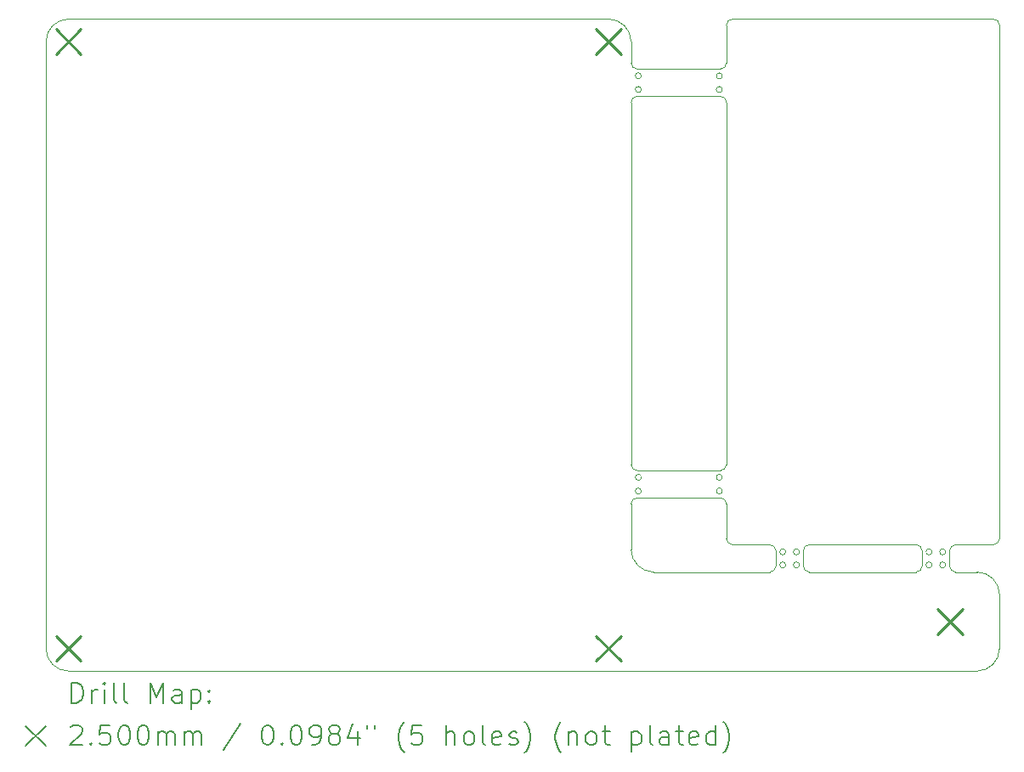
<source format=gbr>
%TF.GenerationSoftware,KiCad,Pcbnew,8.0.5*%
%TF.CreationDate,2024-09-26T23:10:05+07:00*%
%TF.ProjectId,HW.ACIM-DBG,48572e41-4349-44d2-9d44-42472e6b6963,0.1*%
%TF.SameCoordinates,Original*%
%TF.FileFunction,Drillmap*%
%TF.FilePolarity,Positive*%
%FSLAX45Y45*%
G04 Gerber Fmt 4.5, Leading zero omitted, Abs format (unit mm)*
G04 Created by KiCad (PCBNEW 8.0.5) date 2024-09-26 23:10:05*
%MOMM*%
%LPD*%
G01*
G04 APERTURE LIST*
%ADD10C,0.100000*%
%ADD11C,0.200000*%
%ADD12C,0.250000*%
G04 APERTURE END LIST*
D10*
X16577500Y-3525000D02*
X11197500Y-3525000D01*
X17711250Y-8093125D02*
G75*
G02*
X17651250Y-8093125I-30000J0D01*
G01*
X17651250Y-8093125D02*
G75*
G02*
X17711250Y-8093125I30000J0D01*
G01*
X17752500Y-7965000D02*
G75*
G02*
X17692500Y-8025000I-60000J0D01*
G01*
X20035000Y-9037500D02*
G75*
G02*
X19975000Y-8977500I0J60000D01*
G01*
X16903750Y-8229375D02*
G75*
G02*
X16843750Y-8229375I-30000J0D01*
G01*
X16843750Y-8229375D02*
G75*
G02*
X16903750Y-8229375I30000J0D01*
G01*
X11197500Y-10025000D02*
G75*
G02*
X10972500Y-9800000I0J225000D01*
G01*
X16802500Y-4355000D02*
X16802500Y-7965000D01*
X17711250Y-4226875D02*
G75*
G02*
X17651250Y-4226875I-30000J0D01*
G01*
X17651250Y-4226875D02*
G75*
G02*
X17711250Y-4226875I30000J0D01*
G01*
X20035000Y-8765000D02*
X20412500Y-8765000D01*
X18185000Y-9037500D02*
X17027500Y-9037500D01*
X17752500Y-8705000D02*
X17752500Y-8357500D01*
X17692500Y-8297500D02*
X16862500Y-8297500D01*
X17812500Y-8765000D02*
G75*
G02*
X17752500Y-8705000I0J60000D01*
G01*
X19702500Y-8825000D02*
X19702500Y-8977500D01*
X18577500Y-9037500D02*
G75*
G02*
X18517500Y-8977500I0J60000D01*
G01*
X16862500Y-4022500D02*
X17692500Y-4022500D01*
X16577500Y-3525000D02*
G75*
G02*
X16802500Y-3750000I0J-225000D01*
G01*
X16903750Y-8093125D02*
G75*
G02*
X16843750Y-8093125I-30000J0D01*
G01*
X16843750Y-8093125D02*
G75*
G02*
X16903750Y-8093125I30000J0D01*
G01*
X19642500Y-8765000D02*
G75*
G02*
X19702500Y-8825000I0J-60000D01*
G01*
X17752500Y-3962500D02*
X17752500Y-3585000D01*
X19642500Y-9037500D02*
X18577500Y-9037500D01*
X19975000Y-8825000D02*
G75*
G02*
X20035000Y-8765000I60000J0D01*
G01*
X11197500Y-10025000D02*
X20247500Y-10025000D01*
X17692500Y-4295000D02*
X16862500Y-4295000D01*
X17812500Y-8765000D02*
X18185000Y-8765000D01*
X16802500Y-3750000D02*
X16802500Y-3962500D01*
X17711250Y-4090625D02*
G75*
G02*
X17651250Y-4090625I-30000J0D01*
G01*
X17651250Y-4090625D02*
G75*
G02*
X17711250Y-4090625I30000J0D01*
G01*
X17692500Y-4295000D02*
G75*
G02*
X17752500Y-4355000I0J-60000D01*
G01*
X20247500Y-9037500D02*
G75*
G02*
X20472500Y-9262500I0J-225000D01*
G01*
X18245000Y-8825000D02*
X18245000Y-8977500D01*
X19936875Y-8966250D02*
G75*
G02*
X19876875Y-8966250I-30000J0D01*
G01*
X19876875Y-8966250D02*
G75*
G02*
X19936875Y-8966250I30000J0D01*
G01*
X20472500Y-9800000D02*
G75*
G02*
X20247500Y-10025000I-225000J0D01*
G01*
X20472500Y-9800000D02*
X20472500Y-9262500D01*
X19800625Y-8836250D02*
G75*
G02*
X19740625Y-8836250I-30000J0D01*
G01*
X19740625Y-8836250D02*
G75*
G02*
X19800625Y-8836250I30000J0D01*
G01*
X18517500Y-8825000D02*
G75*
G02*
X18577500Y-8765000I60000J0D01*
G01*
X16802500Y-8357500D02*
G75*
G02*
X16862500Y-8297500I60000J0D01*
G01*
X16903750Y-4226875D02*
G75*
G02*
X16843750Y-4226875I-30000J0D01*
G01*
X16843750Y-4226875D02*
G75*
G02*
X16903750Y-4226875I30000J0D01*
G01*
X17752500Y-3962500D02*
G75*
G02*
X17692500Y-4022500I-60000J0D01*
G01*
X16862500Y-8025000D02*
X17692500Y-8025000D01*
X18479375Y-8966250D02*
G75*
G02*
X18419375Y-8966250I-30000J0D01*
G01*
X18419375Y-8966250D02*
G75*
G02*
X18479375Y-8966250I30000J0D01*
G01*
X16802500Y-8357500D02*
X16802500Y-8812500D01*
X17711250Y-8229375D02*
G75*
G02*
X17651250Y-8229375I-30000J0D01*
G01*
X17651250Y-8229375D02*
G75*
G02*
X17711250Y-8229375I30000J0D01*
G01*
X18343125Y-8836250D02*
G75*
G02*
X18283125Y-8836250I-30000J0D01*
G01*
X18283125Y-8836250D02*
G75*
G02*
X18343125Y-8836250I30000J0D01*
G01*
X20247500Y-9037500D02*
X20035000Y-9037500D01*
X17752500Y-7965000D02*
X17752500Y-4355000D01*
X19936875Y-8836250D02*
G75*
G02*
X19876875Y-8836250I-30000J0D01*
G01*
X19876875Y-8836250D02*
G75*
G02*
X19936875Y-8836250I30000J0D01*
G01*
X10972500Y-3750000D02*
X10972500Y-9800000D01*
X18245000Y-8977500D02*
G75*
G02*
X18185000Y-9037500I-60000J0D01*
G01*
X18479375Y-8836250D02*
G75*
G02*
X18419375Y-8836250I-30000J0D01*
G01*
X18419375Y-8836250D02*
G75*
G02*
X18479375Y-8836250I30000J0D01*
G01*
X20412500Y-3525000D02*
G75*
G02*
X20472500Y-3585000I0J-60000D01*
G01*
X10972500Y-3750000D02*
G75*
G02*
X11197500Y-3525000I225000J0D01*
G01*
X18343125Y-8966250D02*
G75*
G02*
X18283125Y-8966250I-30000J0D01*
G01*
X18283125Y-8966250D02*
G75*
G02*
X18343125Y-8966250I30000J0D01*
G01*
X16862500Y-8025000D02*
G75*
G02*
X16802500Y-7965000I0J60000D01*
G01*
X18185000Y-8765000D02*
G75*
G02*
X18245000Y-8825000I0J-60000D01*
G01*
X18577500Y-8765000D02*
X19642500Y-8765000D01*
X19975000Y-8825000D02*
X19975000Y-8977500D01*
X20472500Y-8705000D02*
X20472500Y-3585000D01*
X19702500Y-8977500D02*
G75*
G02*
X19642500Y-9037500I-60000J0D01*
G01*
X20412500Y-3525000D02*
X17812500Y-3525000D01*
X16802500Y-4355000D02*
G75*
G02*
X16862500Y-4295000I60000J0D01*
G01*
X17027500Y-9037500D02*
G75*
G02*
X16802500Y-8812500I0J225000D01*
G01*
X16862500Y-4022500D02*
G75*
G02*
X16802500Y-3962500I0J60000D01*
G01*
X20472500Y-8705000D02*
G75*
G02*
X20412500Y-8765000I-60000J0D01*
G01*
X17692500Y-8297500D02*
G75*
G02*
X17752500Y-8357500I0J-60000D01*
G01*
X17752500Y-3585000D02*
G75*
G02*
X17812500Y-3525000I60000J0D01*
G01*
X18517500Y-8825000D02*
X18517500Y-8977500D01*
X19800625Y-8966250D02*
G75*
G02*
X19740625Y-8966250I-30000J0D01*
G01*
X19740625Y-8966250D02*
G75*
G02*
X19800625Y-8966250I30000J0D01*
G01*
X16903750Y-4090625D02*
G75*
G02*
X16843750Y-4090625I-30000J0D01*
G01*
X16843750Y-4090625D02*
G75*
G02*
X16903750Y-4090625I30000J0D01*
G01*
D11*
D12*
X11072500Y-3625000D02*
X11322500Y-3875000D01*
X11322500Y-3625000D02*
X11072500Y-3875000D01*
X11072500Y-9675000D02*
X11322500Y-9925000D01*
X11322500Y-9675000D02*
X11072500Y-9925000D01*
X16452500Y-3625000D02*
X16702500Y-3875000D01*
X16702500Y-3625000D02*
X16452500Y-3875000D01*
X16452500Y-9675000D02*
X16702500Y-9925000D01*
X16702500Y-9675000D02*
X16452500Y-9925000D01*
X19853750Y-9406250D02*
X20103750Y-9656250D01*
X20103750Y-9406250D02*
X19853750Y-9656250D01*
D11*
X11228277Y-10341484D02*
X11228277Y-10141484D01*
X11228277Y-10141484D02*
X11275896Y-10141484D01*
X11275896Y-10141484D02*
X11304467Y-10151008D01*
X11304467Y-10151008D02*
X11323515Y-10170055D01*
X11323515Y-10170055D02*
X11333039Y-10189103D01*
X11333039Y-10189103D02*
X11342562Y-10227198D01*
X11342562Y-10227198D02*
X11342562Y-10255770D01*
X11342562Y-10255770D02*
X11333039Y-10293865D01*
X11333039Y-10293865D02*
X11323515Y-10312912D01*
X11323515Y-10312912D02*
X11304467Y-10331960D01*
X11304467Y-10331960D02*
X11275896Y-10341484D01*
X11275896Y-10341484D02*
X11228277Y-10341484D01*
X11428277Y-10341484D02*
X11428277Y-10208150D01*
X11428277Y-10246246D02*
X11437801Y-10227198D01*
X11437801Y-10227198D02*
X11447324Y-10217674D01*
X11447324Y-10217674D02*
X11466372Y-10208150D01*
X11466372Y-10208150D02*
X11485420Y-10208150D01*
X11552086Y-10341484D02*
X11552086Y-10208150D01*
X11552086Y-10141484D02*
X11542562Y-10151008D01*
X11542562Y-10151008D02*
X11552086Y-10160531D01*
X11552086Y-10160531D02*
X11561610Y-10151008D01*
X11561610Y-10151008D02*
X11552086Y-10141484D01*
X11552086Y-10141484D02*
X11552086Y-10160531D01*
X11675896Y-10341484D02*
X11656848Y-10331960D01*
X11656848Y-10331960D02*
X11647324Y-10312912D01*
X11647324Y-10312912D02*
X11647324Y-10141484D01*
X11780658Y-10341484D02*
X11761610Y-10331960D01*
X11761610Y-10331960D02*
X11752086Y-10312912D01*
X11752086Y-10312912D02*
X11752086Y-10141484D01*
X12009229Y-10341484D02*
X12009229Y-10141484D01*
X12009229Y-10141484D02*
X12075896Y-10284341D01*
X12075896Y-10284341D02*
X12142562Y-10141484D01*
X12142562Y-10141484D02*
X12142562Y-10341484D01*
X12323515Y-10341484D02*
X12323515Y-10236722D01*
X12323515Y-10236722D02*
X12313991Y-10217674D01*
X12313991Y-10217674D02*
X12294943Y-10208150D01*
X12294943Y-10208150D02*
X12256848Y-10208150D01*
X12256848Y-10208150D02*
X12237801Y-10217674D01*
X12323515Y-10331960D02*
X12304467Y-10341484D01*
X12304467Y-10341484D02*
X12256848Y-10341484D01*
X12256848Y-10341484D02*
X12237801Y-10331960D01*
X12237801Y-10331960D02*
X12228277Y-10312912D01*
X12228277Y-10312912D02*
X12228277Y-10293865D01*
X12228277Y-10293865D02*
X12237801Y-10274817D01*
X12237801Y-10274817D02*
X12256848Y-10265293D01*
X12256848Y-10265293D02*
X12304467Y-10265293D01*
X12304467Y-10265293D02*
X12323515Y-10255770D01*
X12418753Y-10208150D02*
X12418753Y-10408150D01*
X12418753Y-10217674D02*
X12437801Y-10208150D01*
X12437801Y-10208150D02*
X12475896Y-10208150D01*
X12475896Y-10208150D02*
X12494943Y-10217674D01*
X12494943Y-10217674D02*
X12504467Y-10227198D01*
X12504467Y-10227198D02*
X12513991Y-10246246D01*
X12513991Y-10246246D02*
X12513991Y-10303389D01*
X12513991Y-10303389D02*
X12504467Y-10322436D01*
X12504467Y-10322436D02*
X12494943Y-10331960D01*
X12494943Y-10331960D02*
X12475896Y-10341484D01*
X12475896Y-10341484D02*
X12437801Y-10341484D01*
X12437801Y-10341484D02*
X12418753Y-10331960D01*
X12599705Y-10322436D02*
X12609229Y-10331960D01*
X12609229Y-10331960D02*
X12599705Y-10341484D01*
X12599705Y-10341484D02*
X12590182Y-10331960D01*
X12590182Y-10331960D02*
X12599705Y-10322436D01*
X12599705Y-10322436D02*
X12599705Y-10341484D01*
X12599705Y-10217674D02*
X12609229Y-10227198D01*
X12609229Y-10227198D02*
X12599705Y-10236722D01*
X12599705Y-10236722D02*
X12590182Y-10227198D01*
X12590182Y-10227198D02*
X12599705Y-10217674D01*
X12599705Y-10217674D02*
X12599705Y-10236722D01*
X10767500Y-10570000D02*
X10967500Y-10770000D01*
X10967500Y-10570000D02*
X10767500Y-10770000D01*
X11218753Y-10580531D02*
X11228277Y-10571008D01*
X11228277Y-10571008D02*
X11247324Y-10561484D01*
X11247324Y-10561484D02*
X11294943Y-10561484D01*
X11294943Y-10561484D02*
X11313991Y-10571008D01*
X11313991Y-10571008D02*
X11323515Y-10580531D01*
X11323515Y-10580531D02*
X11333039Y-10599579D01*
X11333039Y-10599579D02*
X11333039Y-10618627D01*
X11333039Y-10618627D02*
X11323515Y-10647198D01*
X11323515Y-10647198D02*
X11209229Y-10761484D01*
X11209229Y-10761484D02*
X11333039Y-10761484D01*
X11418753Y-10742436D02*
X11428277Y-10751960D01*
X11428277Y-10751960D02*
X11418753Y-10761484D01*
X11418753Y-10761484D02*
X11409229Y-10751960D01*
X11409229Y-10751960D02*
X11418753Y-10742436D01*
X11418753Y-10742436D02*
X11418753Y-10761484D01*
X11609229Y-10561484D02*
X11513991Y-10561484D01*
X11513991Y-10561484D02*
X11504467Y-10656722D01*
X11504467Y-10656722D02*
X11513991Y-10647198D01*
X11513991Y-10647198D02*
X11533039Y-10637674D01*
X11533039Y-10637674D02*
X11580658Y-10637674D01*
X11580658Y-10637674D02*
X11599705Y-10647198D01*
X11599705Y-10647198D02*
X11609229Y-10656722D01*
X11609229Y-10656722D02*
X11618753Y-10675770D01*
X11618753Y-10675770D02*
X11618753Y-10723389D01*
X11618753Y-10723389D02*
X11609229Y-10742436D01*
X11609229Y-10742436D02*
X11599705Y-10751960D01*
X11599705Y-10751960D02*
X11580658Y-10761484D01*
X11580658Y-10761484D02*
X11533039Y-10761484D01*
X11533039Y-10761484D02*
X11513991Y-10751960D01*
X11513991Y-10751960D02*
X11504467Y-10742436D01*
X11742562Y-10561484D02*
X11761610Y-10561484D01*
X11761610Y-10561484D02*
X11780658Y-10571008D01*
X11780658Y-10571008D02*
X11790182Y-10580531D01*
X11790182Y-10580531D02*
X11799705Y-10599579D01*
X11799705Y-10599579D02*
X11809229Y-10637674D01*
X11809229Y-10637674D02*
X11809229Y-10685293D01*
X11809229Y-10685293D02*
X11799705Y-10723389D01*
X11799705Y-10723389D02*
X11790182Y-10742436D01*
X11790182Y-10742436D02*
X11780658Y-10751960D01*
X11780658Y-10751960D02*
X11761610Y-10761484D01*
X11761610Y-10761484D02*
X11742562Y-10761484D01*
X11742562Y-10761484D02*
X11723515Y-10751960D01*
X11723515Y-10751960D02*
X11713991Y-10742436D01*
X11713991Y-10742436D02*
X11704467Y-10723389D01*
X11704467Y-10723389D02*
X11694943Y-10685293D01*
X11694943Y-10685293D02*
X11694943Y-10637674D01*
X11694943Y-10637674D02*
X11704467Y-10599579D01*
X11704467Y-10599579D02*
X11713991Y-10580531D01*
X11713991Y-10580531D02*
X11723515Y-10571008D01*
X11723515Y-10571008D02*
X11742562Y-10561484D01*
X11933039Y-10561484D02*
X11952086Y-10561484D01*
X11952086Y-10561484D02*
X11971134Y-10571008D01*
X11971134Y-10571008D02*
X11980658Y-10580531D01*
X11980658Y-10580531D02*
X11990182Y-10599579D01*
X11990182Y-10599579D02*
X11999705Y-10637674D01*
X11999705Y-10637674D02*
X11999705Y-10685293D01*
X11999705Y-10685293D02*
X11990182Y-10723389D01*
X11990182Y-10723389D02*
X11980658Y-10742436D01*
X11980658Y-10742436D02*
X11971134Y-10751960D01*
X11971134Y-10751960D02*
X11952086Y-10761484D01*
X11952086Y-10761484D02*
X11933039Y-10761484D01*
X11933039Y-10761484D02*
X11913991Y-10751960D01*
X11913991Y-10751960D02*
X11904467Y-10742436D01*
X11904467Y-10742436D02*
X11894943Y-10723389D01*
X11894943Y-10723389D02*
X11885420Y-10685293D01*
X11885420Y-10685293D02*
X11885420Y-10637674D01*
X11885420Y-10637674D02*
X11894943Y-10599579D01*
X11894943Y-10599579D02*
X11904467Y-10580531D01*
X11904467Y-10580531D02*
X11913991Y-10571008D01*
X11913991Y-10571008D02*
X11933039Y-10561484D01*
X12085420Y-10761484D02*
X12085420Y-10628150D01*
X12085420Y-10647198D02*
X12094943Y-10637674D01*
X12094943Y-10637674D02*
X12113991Y-10628150D01*
X12113991Y-10628150D02*
X12142563Y-10628150D01*
X12142563Y-10628150D02*
X12161610Y-10637674D01*
X12161610Y-10637674D02*
X12171134Y-10656722D01*
X12171134Y-10656722D02*
X12171134Y-10761484D01*
X12171134Y-10656722D02*
X12180658Y-10637674D01*
X12180658Y-10637674D02*
X12199705Y-10628150D01*
X12199705Y-10628150D02*
X12228277Y-10628150D01*
X12228277Y-10628150D02*
X12247324Y-10637674D01*
X12247324Y-10637674D02*
X12256848Y-10656722D01*
X12256848Y-10656722D02*
X12256848Y-10761484D01*
X12352086Y-10761484D02*
X12352086Y-10628150D01*
X12352086Y-10647198D02*
X12361610Y-10637674D01*
X12361610Y-10637674D02*
X12380658Y-10628150D01*
X12380658Y-10628150D02*
X12409229Y-10628150D01*
X12409229Y-10628150D02*
X12428277Y-10637674D01*
X12428277Y-10637674D02*
X12437801Y-10656722D01*
X12437801Y-10656722D02*
X12437801Y-10761484D01*
X12437801Y-10656722D02*
X12447324Y-10637674D01*
X12447324Y-10637674D02*
X12466372Y-10628150D01*
X12466372Y-10628150D02*
X12494943Y-10628150D01*
X12494943Y-10628150D02*
X12513991Y-10637674D01*
X12513991Y-10637674D02*
X12523515Y-10656722D01*
X12523515Y-10656722D02*
X12523515Y-10761484D01*
X12913991Y-10551960D02*
X12742563Y-10809103D01*
X13171134Y-10561484D02*
X13190182Y-10561484D01*
X13190182Y-10561484D02*
X13209229Y-10571008D01*
X13209229Y-10571008D02*
X13218753Y-10580531D01*
X13218753Y-10580531D02*
X13228277Y-10599579D01*
X13228277Y-10599579D02*
X13237801Y-10637674D01*
X13237801Y-10637674D02*
X13237801Y-10685293D01*
X13237801Y-10685293D02*
X13228277Y-10723389D01*
X13228277Y-10723389D02*
X13218753Y-10742436D01*
X13218753Y-10742436D02*
X13209229Y-10751960D01*
X13209229Y-10751960D02*
X13190182Y-10761484D01*
X13190182Y-10761484D02*
X13171134Y-10761484D01*
X13171134Y-10761484D02*
X13152086Y-10751960D01*
X13152086Y-10751960D02*
X13142563Y-10742436D01*
X13142563Y-10742436D02*
X13133039Y-10723389D01*
X13133039Y-10723389D02*
X13123515Y-10685293D01*
X13123515Y-10685293D02*
X13123515Y-10637674D01*
X13123515Y-10637674D02*
X13133039Y-10599579D01*
X13133039Y-10599579D02*
X13142563Y-10580531D01*
X13142563Y-10580531D02*
X13152086Y-10571008D01*
X13152086Y-10571008D02*
X13171134Y-10561484D01*
X13323515Y-10742436D02*
X13333039Y-10751960D01*
X13333039Y-10751960D02*
X13323515Y-10761484D01*
X13323515Y-10761484D02*
X13313991Y-10751960D01*
X13313991Y-10751960D02*
X13323515Y-10742436D01*
X13323515Y-10742436D02*
X13323515Y-10761484D01*
X13456848Y-10561484D02*
X13475896Y-10561484D01*
X13475896Y-10561484D02*
X13494944Y-10571008D01*
X13494944Y-10571008D02*
X13504467Y-10580531D01*
X13504467Y-10580531D02*
X13513991Y-10599579D01*
X13513991Y-10599579D02*
X13523515Y-10637674D01*
X13523515Y-10637674D02*
X13523515Y-10685293D01*
X13523515Y-10685293D02*
X13513991Y-10723389D01*
X13513991Y-10723389D02*
X13504467Y-10742436D01*
X13504467Y-10742436D02*
X13494944Y-10751960D01*
X13494944Y-10751960D02*
X13475896Y-10761484D01*
X13475896Y-10761484D02*
X13456848Y-10761484D01*
X13456848Y-10761484D02*
X13437801Y-10751960D01*
X13437801Y-10751960D02*
X13428277Y-10742436D01*
X13428277Y-10742436D02*
X13418753Y-10723389D01*
X13418753Y-10723389D02*
X13409229Y-10685293D01*
X13409229Y-10685293D02*
X13409229Y-10637674D01*
X13409229Y-10637674D02*
X13418753Y-10599579D01*
X13418753Y-10599579D02*
X13428277Y-10580531D01*
X13428277Y-10580531D02*
X13437801Y-10571008D01*
X13437801Y-10571008D02*
X13456848Y-10561484D01*
X13618753Y-10761484D02*
X13656848Y-10761484D01*
X13656848Y-10761484D02*
X13675896Y-10751960D01*
X13675896Y-10751960D02*
X13685420Y-10742436D01*
X13685420Y-10742436D02*
X13704467Y-10713865D01*
X13704467Y-10713865D02*
X13713991Y-10675770D01*
X13713991Y-10675770D02*
X13713991Y-10599579D01*
X13713991Y-10599579D02*
X13704467Y-10580531D01*
X13704467Y-10580531D02*
X13694944Y-10571008D01*
X13694944Y-10571008D02*
X13675896Y-10561484D01*
X13675896Y-10561484D02*
X13637801Y-10561484D01*
X13637801Y-10561484D02*
X13618753Y-10571008D01*
X13618753Y-10571008D02*
X13609229Y-10580531D01*
X13609229Y-10580531D02*
X13599706Y-10599579D01*
X13599706Y-10599579D02*
X13599706Y-10647198D01*
X13599706Y-10647198D02*
X13609229Y-10666246D01*
X13609229Y-10666246D02*
X13618753Y-10675770D01*
X13618753Y-10675770D02*
X13637801Y-10685293D01*
X13637801Y-10685293D02*
X13675896Y-10685293D01*
X13675896Y-10685293D02*
X13694944Y-10675770D01*
X13694944Y-10675770D02*
X13704467Y-10666246D01*
X13704467Y-10666246D02*
X13713991Y-10647198D01*
X13828277Y-10647198D02*
X13809229Y-10637674D01*
X13809229Y-10637674D02*
X13799706Y-10628150D01*
X13799706Y-10628150D02*
X13790182Y-10609103D01*
X13790182Y-10609103D02*
X13790182Y-10599579D01*
X13790182Y-10599579D02*
X13799706Y-10580531D01*
X13799706Y-10580531D02*
X13809229Y-10571008D01*
X13809229Y-10571008D02*
X13828277Y-10561484D01*
X13828277Y-10561484D02*
X13866372Y-10561484D01*
X13866372Y-10561484D02*
X13885420Y-10571008D01*
X13885420Y-10571008D02*
X13894944Y-10580531D01*
X13894944Y-10580531D02*
X13904467Y-10599579D01*
X13904467Y-10599579D02*
X13904467Y-10609103D01*
X13904467Y-10609103D02*
X13894944Y-10628150D01*
X13894944Y-10628150D02*
X13885420Y-10637674D01*
X13885420Y-10637674D02*
X13866372Y-10647198D01*
X13866372Y-10647198D02*
X13828277Y-10647198D01*
X13828277Y-10647198D02*
X13809229Y-10656722D01*
X13809229Y-10656722D02*
X13799706Y-10666246D01*
X13799706Y-10666246D02*
X13790182Y-10685293D01*
X13790182Y-10685293D02*
X13790182Y-10723389D01*
X13790182Y-10723389D02*
X13799706Y-10742436D01*
X13799706Y-10742436D02*
X13809229Y-10751960D01*
X13809229Y-10751960D02*
X13828277Y-10761484D01*
X13828277Y-10761484D02*
X13866372Y-10761484D01*
X13866372Y-10761484D02*
X13885420Y-10751960D01*
X13885420Y-10751960D02*
X13894944Y-10742436D01*
X13894944Y-10742436D02*
X13904467Y-10723389D01*
X13904467Y-10723389D02*
X13904467Y-10685293D01*
X13904467Y-10685293D02*
X13894944Y-10666246D01*
X13894944Y-10666246D02*
X13885420Y-10656722D01*
X13885420Y-10656722D02*
X13866372Y-10647198D01*
X14075896Y-10628150D02*
X14075896Y-10761484D01*
X14028277Y-10551960D02*
X13980658Y-10694817D01*
X13980658Y-10694817D02*
X14104467Y-10694817D01*
X14171134Y-10561484D02*
X14171134Y-10599579D01*
X14247325Y-10561484D02*
X14247325Y-10599579D01*
X14542563Y-10837674D02*
X14533039Y-10828150D01*
X14533039Y-10828150D02*
X14513991Y-10799579D01*
X14513991Y-10799579D02*
X14504468Y-10780531D01*
X14504468Y-10780531D02*
X14494944Y-10751960D01*
X14494944Y-10751960D02*
X14485420Y-10704341D01*
X14485420Y-10704341D02*
X14485420Y-10666246D01*
X14485420Y-10666246D02*
X14494944Y-10618627D01*
X14494944Y-10618627D02*
X14504468Y-10590055D01*
X14504468Y-10590055D02*
X14513991Y-10571008D01*
X14513991Y-10571008D02*
X14533039Y-10542436D01*
X14533039Y-10542436D02*
X14542563Y-10532912D01*
X14713991Y-10561484D02*
X14618753Y-10561484D01*
X14618753Y-10561484D02*
X14609229Y-10656722D01*
X14609229Y-10656722D02*
X14618753Y-10647198D01*
X14618753Y-10647198D02*
X14637801Y-10637674D01*
X14637801Y-10637674D02*
X14685420Y-10637674D01*
X14685420Y-10637674D02*
X14704468Y-10647198D01*
X14704468Y-10647198D02*
X14713991Y-10656722D01*
X14713991Y-10656722D02*
X14723515Y-10675770D01*
X14723515Y-10675770D02*
X14723515Y-10723389D01*
X14723515Y-10723389D02*
X14713991Y-10742436D01*
X14713991Y-10742436D02*
X14704468Y-10751960D01*
X14704468Y-10751960D02*
X14685420Y-10761484D01*
X14685420Y-10761484D02*
X14637801Y-10761484D01*
X14637801Y-10761484D02*
X14618753Y-10751960D01*
X14618753Y-10751960D02*
X14609229Y-10742436D01*
X14961610Y-10761484D02*
X14961610Y-10561484D01*
X15047325Y-10761484D02*
X15047325Y-10656722D01*
X15047325Y-10656722D02*
X15037801Y-10637674D01*
X15037801Y-10637674D02*
X15018753Y-10628150D01*
X15018753Y-10628150D02*
X14990182Y-10628150D01*
X14990182Y-10628150D02*
X14971134Y-10637674D01*
X14971134Y-10637674D02*
X14961610Y-10647198D01*
X15171134Y-10761484D02*
X15152087Y-10751960D01*
X15152087Y-10751960D02*
X15142563Y-10742436D01*
X15142563Y-10742436D02*
X15133039Y-10723389D01*
X15133039Y-10723389D02*
X15133039Y-10666246D01*
X15133039Y-10666246D02*
X15142563Y-10647198D01*
X15142563Y-10647198D02*
X15152087Y-10637674D01*
X15152087Y-10637674D02*
X15171134Y-10628150D01*
X15171134Y-10628150D02*
X15199706Y-10628150D01*
X15199706Y-10628150D02*
X15218753Y-10637674D01*
X15218753Y-10637674D02*
X15228277Y-10647198D01*
X15228277Y-10647198D02*
X15237801Y-10666246D01*
X15237801Y-10666246D02*
X15237801Y-10723389D01*
X15237801Y-10723389D02*
X15228277Y-10742436D01*
X15228277Y-10742436D02*
X15218753Y-10751960D01*
X15218753Y-10751960D02*
X15199706Y-10761484D01*
X15199706Y-10761484D02*
X15171134Y-10761484D01*
X15352087Y-10761484D02*
X15333039Y-10751960D01*
X15333039Y-10751960D02*
X15323515Y-10732912D01*
X15323515Y-10732912D02*
X15323515Y-10561484D01*
X15504468Y-10751960D02*
X15485420Y-10761484D01*
X15485420Y-10761484D02*
X15447325Y-10761484D01*
X15447325Y-10761484D02*
X15428277Y-10751960D01*
X15428277Y-10751960D02*
X15418753Y-10732912D01*
X15418753Y-10732912D02*
X15418753Y-10656722D01*
X15418753Y-10656722D02*
X15428277Y-10637674D01*
X15428277Y-10637674D02*
X15447325Y-10628150D01*
X15447325Y-10628150D02*
X15485420Y-10628150D01*
X15485420Y-10628150D02*
X15504468Y-10637674D01*
X15504468Y-10637674D02*
X15513991Y-10656722D01*
X15513991Y-10656722D02*
X15513991Y-10675770D01*
X15513991Y-10675770D02*
X15418753Y-10694817D01*
X15590182Y-10751960D02*
X15609230Y-10761484D01*
X15609230Y-10761484D02*
X15647325Y-10761484D01*
X15647325Y-10761484D02*
X15666372Y-10751960D01*
X15666372Y-10751960D02*
X15675896Y-10732912D01*
X15675896Y-10732912D02*
X15675896Y-10723389D01*
X15675896Y-10723389D02*
X15666372Y-10704341D01*
X15666372Y-10704341D02*
X15647325Y-10694817D01*
X15647325Y-10694817D02*
X15618753Y-10694817D01*
X15618753Y-10694817D02*
X15599706Y-10685293D01*
X15599706Y-10685293D02*
X15590182Y-10666246D01*
X15590182Y-10666246D02*
X15590182Y-10656722D01*
X15590182Y-10656722D02*
X15599706Y-10637674D01*
X15599706Y-10637674D02*
X15618753Y-10628150D01*
X15618753Y-10628150D02*
X15647325Y-10628150D01*
X15647325Y-10628150D02*
X15666372Y-10637674D01*
X15742563Y-10837674D02*
X15752087Y-10828150D01*
X15752087Y-10828150D02*
X15771134Y-10799579D01*
X15771134Y-10799579D02*
X15780658Y-10780531D01*
X15780658Y-10780531D02*
X15790182Y-10751960D01*
X15790182Y-10751960D02*
X15799706Y-10704341D01*
X15799706Y-10704341D02*
X15799706Y-10666246D01*
X15799706Y-10666246D02*
X15790182Y-10618627D01*
X15790182Y-10618627D02*
X15780658Y-10590055D01*
X15780658Y-10590055D02*
X15771134Y-10571008D01*
X15771134Y-10571008D02*
X15752087Y-10542436D01*
X15752087Y-10542436D02*
X15742563Y-10532912D01*
X16104468Y-10837674D02*
X16094944Y-10828150D01*
X16094944Y-10828150D02*
X16075896Y-10799579D01*
X16075896Y-10799579D02*
X16066372Y-10780531D01*
X16066372Y-10780531D02*
X16056849Y-10751960D01*
X16056849Y-10751960D02*
X16047325Y-10704341D01*
X16047325Y-10704341D02*
X16047325Y-10666246D01*
X16047325Y-10666246D02*
X16056849Y-10618627D01*
X16056849Y-10618627D02*
X16066372Y-10590055D01*
X16066372Y-10590055D02*
X16075896Y-10571008D01*
X16075896Y-10571008D02*
X16094944Y-10542436D01*
X16094944Y-10542436D02*
X16104468Y-10532912D01*
X16180658Y-10628150D02*
X16180658Y-10761484D01*
X16180658Y-10647198D02*
X16190182Y-10637674D01*
X16190182Y-10637674D02*
X16209230Y-10628150D01*
X16209230Y-10628150D02*
X16237801Y-10628150D01*
X16237801Y-10628150D02*
X16256849Y-10637674D01*
X16256849Y-10637674D02*
X16266372Y-10656722D01*
X16266372Y-10656722D02*
X16266372Y-10761484D01*
X16390182Y-10761484D02*
X16371134Y-10751960D01*
X16371134Y-10751960D02*
X16361611Y-10742436D01*
X16361611Y-10742436D02*
X16352087Y-10723389D01*
X16352087Y-10723389D02*
X16352087Y-10666246D01*
X16352087Y-10666246D02*
X16361611Y-10647198D01*
X16361611Y-10647198D02*
X16371134Y-10637674D01*
X16371134Y-10637674D02*
X16390182Y-10628150D01*
X16390182Y-10628150D02*
X16418753Y-10628150D01*
X16418753Y-10628150D02*
X16437801Y-10637674D01*
X16437801Y-10637674D02*
X16447325Y-10647198D01*
X16447325Y-10647198D02*
X16456849Y-10666246D01*
X16456849Y-10666246D02*
X16456849Y-10723389D01*
X16456849Y-10723389D02*
X16447325Y-10742436D01*
X16447325Y-10742436D02*
X16437801Y-10751960D01*
X16437801Y-10751960D02*
X16418753Y-10761484D01*
X16418753Y-10761484D02*
X16390182Y-10761484D01*
X16513992Y-10628150D02*
X16590182Y-10628150D01*
X16542563Y-10561484D02*
X16542563Y-10732912D01*
X16542563Y-10732912D02*
X16552087Y-10751960D01*
X16552087Y-10751960D02*
X16571134Y-10761484D01*
X16571134Y-10761484D02*
X16590182Y-10761484D01*
X16809230Y-10628150D02*
X16809230Y-10828150D01*
X16809230Y-10637674D02*
X16828277Y-10628150D01*
X16828277Y-10628150D02*
X16866373Y-10628150D01*
X16866373Y-10628150D02*
X16885420Y-10637674D01*
X16885420Y-10637674D02*
X16894944Y-10647198D01*
X16894944Y-10647198D02*
X16904468Y-10666246D01*
X16904468Y-10666246D02*
X16904468Y-10723389D01*
X16904468Y-10723389D02*
X16894944Y-10742436D01*
X16894944Y-10742436D02*
X16885420Y-10751960D01*
X16885420Y-10751960D02*
X16866373Y-10761484D01*
X16866373Y-10761484D02*
X16828277Y-10761484D01*
X16828277Y-10761484D02*
X16809230Y-10751960D01*
X17018754Y-10761484D02*
X16999706Y-10751960D01*
X16999706Y-10751960D02*
X16990182Y-10732912D01*
X16990182Y-10732912D02*
X16990182Y-10561484D01*
X17180658Y-10761484D02*
X17180658Y-10656722D01*
X17180658Y-10656722D02*
X17171135Y-10637674D01*
X17171135Y-10637674D02*
X17152087Y-10628150D01*
X17152087Y-10628150D02*
X17113992Y-10628150D01*
X17113992Y-10628150D02*
X17094944Y-10637674D01*
X17180658Y-10751960D02*
X17161611Y-10761484D01*
X17161611Y-10761484D02*
X17113992Y-10761484D01*
X17113992Y-10761484D02*
X17094944Y-10751960D01*
X17094944Y-10751960D02*
X17085420Y-10732912D01*
X17085420Y-10732912D02*
X17085420Y-10713865D01*
X17085420Y-10713865D02*
X17094944Y-10694817D01*
X17094944Y-10694817D02*
X17113992Y-10685293D01*
X17113992Y-10685293D02*
X17161611Y-10685293D01*
X17161611Y-10685293D02*
X17180658Y-10675770D01*
X17247325Y-10628150D02*
X17323515Y-10628150D01*
X17275896Y-10561484D02*
X17275896Y-10732912D01*
X17275896Y-10732912D02*
X17285420Y-10751960D01*
X17285420Y-10751960D02*
X17304468Y-10761484D01*
X17304468Y-10761484D02*
X17323515Y-10761484D01*
X17466373Y-10751960D02*
X17447325Y-10761484D01*
X17447325Y-10761484D02*
X17409230Y-10761484D01*
X17409230Y-10761484D02*
X17390182Y-10751960D01*
X17390182Y-10751960D02*
X17380658Y-10732912D01*
X17380658Y-10732912D02*
X17380658Y-10656722D01*
X17380658Y-10656722D02*
X17390182Y-10637674D01*
X17390182Y-10637674D02*
X17409230Y-10628150D01*
X17409230Y-10628150D02*
X17447325Y-10628150D01*
X17447325Y-10628150D02*
X17466373Y-10637674D01*
X17466373Y-10637674D02*
X17475896Y-10656722D01*
X17475896Y-10656722D02*
X17475896Y-10675770D01*
X17475896Y-10675770D02*
X17380658Y-10694817D01*
X17647325Y-10761484D02*
X17647325Y-10561484D01*
X17647325Y-10751960D02*
X17628277Y-10761484D01*
X17628277Y-10761484D02*
X17590182Y-10761484D01*
X17590182Y-10761484D02*
X17571135Y-10751960D01*
X17571135Y-10751960D02*
X17561611Y-10742436D01*
X17561611Y-10742436D02*
X17552087Y-10723389D01*
X17552087Y-10723389D02*
X17552087Y-10666246D01*
X17552087Y-10666246D02*
X17561611Y-10647198D01*
X17561611Y-10647198D02*
X17571135Y-10637674D01*
X17571135Y-10637674D02*
X17590182Y-10628150D01*
X17590182Y-10628150D02*
X17628277Y-10628150D01*
X17628277Y-10628150D02*
X17647325Y-10637674D01*
X17723516Y-10837674D02*
X17733039Y-10828150D01*
X17733039Y-10828150D02*
X17752087Y-10799579D01*
X17752087Y-10799579D02*
X17761611Y-10780531D01*
X17761611Y-10780531D02*
X17771135Y-10751960D01*
X17771135Y-10751960D02*
X17780658Y-10704341D01*
X17780658Y-10704341D02*
X17780658Y-10666246D01*
X17780658Y-10666246D02*
X17771135Y-10618627D01*
X17771135Y-10618627D02*
X17761611Y-10590055D01*
X17761611Y-10590055D02*
X17752087Y-10571008D01*
X17752087Y-10571008D02*
X17733039Y-10542436D01*
X17733039Y-10542436D02*
X17723516Y-10532912D01*
M02*

</source>
